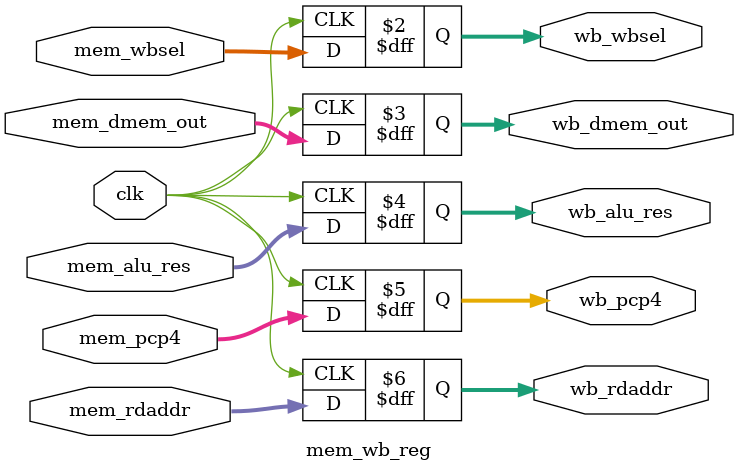
<source format=v>
module mem_wb_reg(
	clk,
	mem_wbsel,
	mem_dmem_out,
	mem_alu_res,
	mem_pcp4,
	mem_rdaddr, 

	wb_wbsel,
	wb_dmem_out,
	wb_alu_res,
	wb_pcp4,
	wb_rdaddr

);
//clock
input wire clk;
//output
output reg [1:0] wb_wbsel;
output reg [31:0] wb_dmem_out;
output reg [31:0] wb_alu_res;
output reg [31:0] wb_pcp4;
output reg [4:0] wb_rdaddr;


//input
input wire [1:0] mem_wbsel;
input wire [31:0] mem_dmem_out;
input wire [31:0] mem_alu_res;
input wire [31:0] mem_pcp4;
input wire [4:0] mem_rdaddr;


always @(posedge clk) begin
	wb_dmem_out <= mem_dmem_out;
	wb_alu_res <= mem_alu_res;
	wb_pcp4 <= mem_pcp4;
	wb_wbsel <= mem_wbsel;
	wb_rdaddr <= mem_rdaddr;
end

endmodule

</source>
